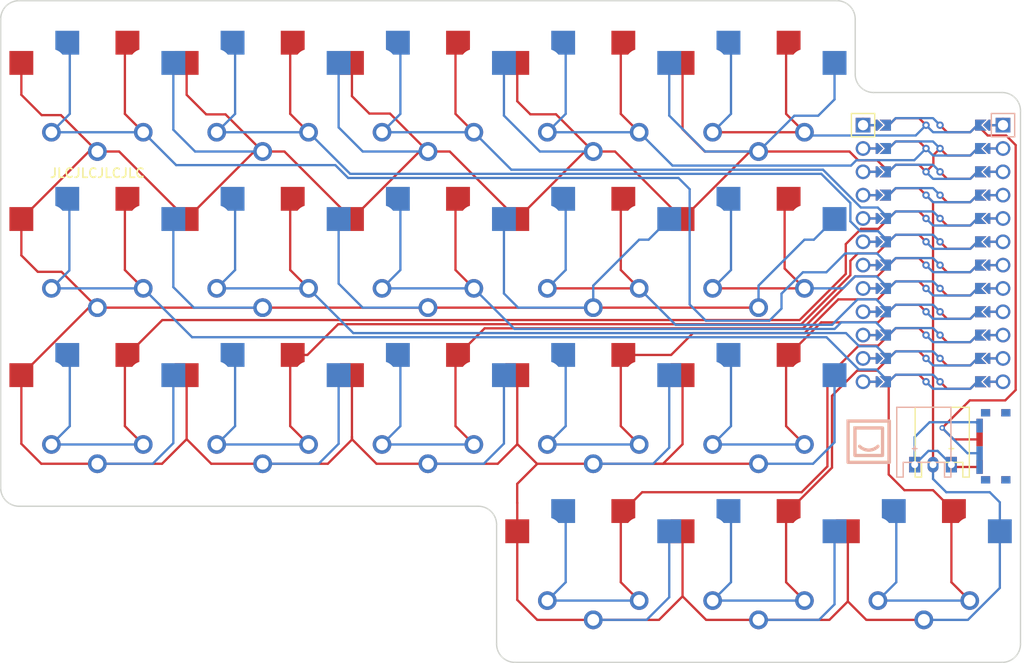
<source format=kicad_pcb>
(kicad_pcb (version 20211014) (generator pcbnew)
  (title_block (title "leko_pona") (rev "v1.0.0") (company "Unknown"))
  (layers (0 "F.Cu" signal) (31 "B.Cu" signal) (34 "B.Paste" user) (35 "F.Paste" user) (36 "B.SilkS" user "B.Silkscreen") (37 "F.SilkS" user "F.Silkscreen") (38 "B.Mask" user) (39 "F.Mask" user) (44 "Edge.Cuts" user))
  (net 0 "")
  (net 1 "main_pinky_bottom")
  (net 2 "GND")
  (net 3 "main_pinky_home")
  (net 4 "main_pinky_top")
  (net 5 "main_ring_bottom")
  (net 6 "main_ring_home")
  (net 7 "main_ring_top")
  (net 8 "main_middle_bottom")
  (net 9 "main_middle_home")
  (net 10 "main_middle_top")
  (net 11 "main_index_bottom")
  (net 12 "main_index_home")
  (net 13 "main_index_top")
  (net 14 "main_inner_bottom")
  (net 15 "main_inner_home")
  (net 16 "main_inner_top")
  (net 17 "thumb_tucky_default")
  (net 18 "thumb_middle_default")
  (net 19 "thumb_reachy_default")
  (net 20 "pos")
  (net 21 "RAW")
  (net 22 "RST")
  (net 23 "VCC")
  (footprint "PG1350" (layer "F.Cu") (at 54 17)
    (fp_text reference "S31" hide)
    (fp_text value "" hide)
  )
  (footprint "PG1350" (layer "F.Cu") (at 54 0)
    (fp_text reference "S19" hide)
    (fp_text value "" hide)
  )
  (footprint "PG1350" (layer "F.Cu") (at 18 -17)
    (fp_text reference "S9" hide)
    (fp_text value "" hide)
  )
  (footprint "PG1350" (layer "F.Cu") (at 18 -34)
    (fp_text reference "S11" hide)
    (fp_text value "" hide)
  )
  (footprint "PG1350" (layer "F.Cu") (at 18 0)
    (fp_text reference "S7" hide)
    (fp_text value "" hide)
  )
  (footprint "VIA-0.6mm" (layer "F.Cu") (at 92 2)
    (fp_text reference "REF**" hide)
    (fp_text value "VIA-0.6mm" hide)
  )
  (footprint "PG1350" (layer "F.Cu") (at 54 -34)
    (fp_text reference "S23" hide)
    (fp_text value "" hide)
  )
  (footprint "PG1350" (layer "F.Cu") (at 0 0)
    (fp_text reference "S1" hide)
    (fp_text value "" hide)
  )
  (footprint "PG1350" (layer "F.Cu") (at 72 -17 180)
    (fp_text reference "S28" hide)
    (fp_text value "" hide)
  )
  (footprint "PG1350" (layer "F.Cu") (at 18 0 180)
    (fp_text reference "S8" hide)
    (fp_text value "" hide)
  )
  (footprint "PG1350" (layer "F.Cu") (at 54 0 180)
    (fp_text reference "S20" hide)
    (fp_text value "" hide)
  )
  (footprint "Button_Switch_SMD:SW_SPDT_PCM12" (layer "F.Cu") (at 97.5 4 90)
    (fp_text reference "")
    (fp_text value "")
  )
  (footprint "PG1350" (layer "F.Cu") (at 72 17)
    (fp_text reference "S33" hide)
    (fp_text value "" hide)
  )
  (footprint "PG1350" (layer "F.Cu") (at 54 -17 180)
    (fp_text reference "S22" hide)
    (fp_text value "" hide)
  )
  (footprint "PG1350" (layer "F.Cu") (at 0 -34 180)
    (fp_text reference "S6" hide)
    (fp_text value "" hide)
  )
  (footprint "PG1350" (layer "F.Cu") (at 72 -17)
    (fp_text reference "S27" hide)
    (fp_text value "" hide)
  )
  (footprint "PG1350" (layer "F.Cu") (at 36 0 180)
    (fp_text reference "S14" hide)
    (fp_text value "" hide)
  )
  (footprint "PG1350" (layer "F.Cu") (at 72 17 180)
    (fp_text reference "S34" hide)
    (fp_text value "" hide)
  )
  (footprint "PG1350" (layer "F.Cu") (at 36 -17)
    (fp_text reference "S15" hide)
    (fp_text value "" hide)
  )
  (footprint "PG1350" (layer "F.Cu") (at 36 -34 180)
    (fp_text reference "S18" hide)
    (fp_text value "" hide)
  )
  (footprint "PG1350" (layer "F.Cu") (at 54 -17)
    (fp_text reference "S21" hide)
    (fp_text value "" hide)
  )
  (footprint "PG1350" (layer "F.Cu") (at 54 17 180)
    (fp_text reference "S32" hide)
    (fp_text value "" hide)
  )
  (footprint "PG1350" (layer "F.Cu") (at 72 -34 180)
    (fp_text reference "S30" hide)
    (fp_text value "" hide)
  )
  (footprint "PG1350" (layer "F.Cu") (at 72 -34)
    (fp_text reference "S29" hide)
    (fp_text value "" hide)
  )
  (footprint "PG1350" (layer "F.Cu") (at 72 0)
    (fp_text reference "S25" hide)
    (fp_text value "" hide)
  )
  (footprint "PG1350" (layer "F.Cu") (at 90 17 180)
    (fp_text reference "S36" hide)
    (fp_text value "" hide)
  )
  (footprint "PG1350" (layer "F.Cu") (at 36 -34)
    (fp_text reference "S17" hide)
    (fp_text value "" hide)
  )
  (footprint "PG1350" (layer "F.Cu") (at 90 17)
    (fp_text reference "S35" hide)
    (fp_text value "" hide)
  )
  (footprint "PG1350" (layer "F.Cu") (at 18 -34 180)
    (fp_text reference "S12" hide)
    (fp_text value "" hide)
  )
  (footprint "PG1350" (layer "F.Cu") (at 36 0)
    (fp_text reference "S13" hide)
    (fp_text value "" hide)
  )
  (footprint "ProMicro" (layer "F.Cu") (at 91 -17 -90)
    (fp_text reference "MCU1" hide)
    (fp_text value "")
  )
  (footprint "PG1350" (layer "F.Cu") (at 54 -34 180)
    (fp_text reference "S24" hide)
    (fp_text value "" hide)
  )
  (footprint "PG1350" (layer "F.Cu") (at 36 -17 180)
    (fp_text reference "S16" hide)
    (fp_text value "" hide)
  )
  (footprint "PG1350" (layer "F.Cu") (at 18 -17 180)
    (fp_text reference "S10" hide)
    (fp_text value "" hide)
  )
  (footprint "PG1350" (layer "F.Cu") (at 0 -17)
    (fp_text reference "S3" hide)
    (fp_text value "" hide)
  )
  (footprint "PG1350" (layer "F.Cu") (at 72 0 180)
    (fp_text reference "S26" hide)
    (fp_text value "" hide)
  )
  (footprint "JST_PH_S2B-PH-K_02x2.00mm_Angled" (layer "F.Cu") (at 92 6 180)
    (fp_text reference "JST1" hide)
    (fp_text value "" hide)
  )
  (footprint "PG1350" (layer "F.Cu") (at 0 0 180)
    (fp_text reference "S2" hide)
    (fp_text value "" hide)
  )
  (footprint "PG1350" (layer "F.Cu") (at 0 -17 180)
    (fp_text reference "S4" hide)
    (fp_text value "" hide)
  )
  (footprint "PG1350" (layer "F.Cu") (at 0 -34)
    (fp_text reference "S5" hide)
    (fp_text value "" hide)
  )
  (gr_rect (start 81.75 5.75) (end 86.25 1.25) (layer "B.SilkS") (width 0.35) (fill none))
  (gr_arc (start 85 4) (mid 84 4.414214) (end 83 4) (layer "B.SilkS") (width 0.35))
  (gr_rect (start 82.5 5) (end 85.5 2) (layer "B.SilkS") (width 0.35) (fill none))
  (gr_arc (start 85 4) (mid 84 4.414214) (end 83 4) (layer "F.SilkS") (width 0.35))
  (gr_rect (start 81.75 1.25) (end 86.25 5.75) (layer "F.SilkS") (width 0.35) (fill none))
  (gr_rect (start 82.5 2) (end 85.5 5) (layer "F.SilkS") (width 0.35) (fill none))
  (gr_line (start 43.475 25.525) (end 43.475 12.525) (layer "Edge.Cuts") (width 0.15))
  (gr_line (start 100.525 25.525) (end 100.525 -32.525) (layer "Edge.Cuts") (width 0.15))
  (gr_line (start 82.525 -42.525) (end 82.525 -36.525) (layer "Edge.Cuts") (width 0.15))
  (gr_arc (start 41.475 10.525) (mid 42.889214 11.110786) (end 43.475 12.525) (layer "Edge.Cuts") (width 0.15))
  (gr_arc (start 80.525 -44.525) (mid 81.939214 -43.939214) (end 82.525 -42.525) (layer "Edge.Cuts") (width 0.15))
  (gr_line (start -10.525 8.525) (end -10.525 -42.525) (layer "Edge.Cuts") (width 0.15))
  (gr_arc (start -10.525 -42.525) (mid -9.939214 -43.939214) (end -8.525 -44.525) (layer "Edge.Cuts") (width 0.15))
  (gr_arc (start 45.475 27.525) (mid 44.060786 26.939214) (end 43.475 25.525) (layer "Edge.Cuts") (width 0.15))
  (gr_arc (start 84.525 -34.525) (mid 83.110786 -35.110786) (end 82.525 -36.525) (layer "Edge.Cuts") (width 0.15))
  (gr_line (start 45.475 27.525) (end 98.525 27.525) (layer "Edge.Cuts") (width 0.15))
  (gr_arc (start 98.525 -34.525) (mid 99.939214 -33.939214) (end 100.525 -32.525) (layer "Edge.Cuts") (width 0.15))
  (gr_line (start 84.525 -34.525) (end 98.525 -34.525) (layer "Edge.Cuts") (width 0.15))
  (gr_line (start -8.525 10.525) (end 41.475 10.525) (layer "Edge.Cuts") (width 0.15))
  (gr_line (start -8.525 -44.525) (end 80.525 -44.525) (layer "Edge.Cuts") (width 0.15))
  (gr_arc (start -8.525 10.525) (mid -9.939214 9.939214) (end -10.525 8.525) (layer "Edge.Cuts") (width 0.15))
  (gr_arc (start 100.525 25.525) (mid 99.939214 26.939214) (end 98.525 27.525) (layer "Edge.Cuts") (width 0.15))
  (gr_text "JLCJLCJLCJLC" (at 0 -25.75) (layer "F.SilkS") (effects (font (size 1 1) (thickness 0.18))))
  (segment (start 3 -5.675) (end 3.275 -5.95) (width 0.25) (layer "F.Cu") (net 1))
  (segment (start 76.476886 -9.749678) (end 81.5 -14.772792) (width 0.25) (layer "F.Cu") (net 1))
  (segment (start 81.5 -18.01747) (end 83.16753 -19.685) (width 0.25) (layer "F.Cu") (net 1))
  (segment (start 3 1.8) (end 3 -5.675) (width 0.25) (layer "F.Cu") (net 1))
  (segment (start 83.16753 -19.685) (end 85.049 -19.685) (width 0.25) (layer "F.Cu") (net 1))
  (segment (start 3.275 -5.95) (end 7.074678 -9.749678) (width 0.25) (layer "F.Cu") (net 1))
  (segment (start 85.049 -19.685) (end 86.174 -20.81) (width 0.25) (layer "F.Cu") (net 1))
  (segment (start 81.5 -14.772792) (end 81.5 -18.01747) (width 0.25) (layer "F.Cu") (net 1))
  (segment (start 7.074678 -9.749678) (end 76.476886 -9.749678) (width 0.25) (layer "F.Cu") (net 1))
  (segment (start 5 3.8) (end 3 1.8) (width 0.25) (layer "F.Cu") (net 1))
  (segment (start -5 3.8) (end 5 3.8) (width 0.25) (layer "B.Cu") (net 1))
  (segment (start -5 3.8) (end -3 1.8) (width 0.25) (layer "B.Cu") (net 1))
  (segment (start -3 -5.675) (end -3.275 -5.95) (width 0.25) (layer "B.Cu") (net 1))
  (segment (start -3 1.8) (end -3 -5.675) (width 0.25) (layer "B.Cu") (net 1))
  (segment (start 91.037 -27.705) (end 91.037 -26.689) (width 0.25) (layer "F.Cu") (net 2))
  (segment (start 45.72 8.089737) (end 47.875658 5.934079) (width 0.25) (layer "F.Cu") (net 2))
  (segment (start 83.735858 22.9) (end 90 22.9) (width 0.25) (layer "F.Cu") (net 2))
  (segment (start 45.725 -3.75) (end 45.725 3.75347) (width 0.25) (layer "F.Cu") (net 2))
  (segment (start 0 -28.1) (end -3.966315 -32.066315) (width 0.25) (layer "F.Cu") (net 2))
  (segment (start 20.375 -28.1) (end 18 -28.1) (width 0.25) (layer "F.Cu") (net 2))
  (segment (start 66.149733 -28.1) (end 72 -28.1) (width 0.25) (layer "F.Cu") (net 2))
  (segment (start -8.275 -34.275) (end -8.275 -37.75) (width 0.25) (layer "F.Cu") (net 2))
  (segment (start 79.714142 22.9) (end 81.725 20.889142) (width 0.25) (layer "F.Cu") (net 2))
  (segment (start 18 -11.1) (end 36 -11.1) (width 0.25) (layer "F.Cu") (net 2))
  (segment (start 43.6 5.9) (end 36 5.9) (width 0.25) (layer "F.Cu") (net 2))
  (segment (start 72 -28.1) (end 81.9 -28.1) (width 0.25) (layer "F.Cu") (net 2))
  (segment (start 45.72 10.16) (end 45.72 8.089737) (width 0.25) (layer "F.Cu") (net 2))
  (segment (start 63.725 -37.75) (end 63.725 -30.524733) (width 0.25) (layer "F.Cu") (net 2))
  (segment (start 45.725 13.25) (end 45.725 20.725) (width 0.25) (layer "F.Cu") (net 2))
  (segment (start 27.725 -34.128404) (end 29.619924 -32.23348) (width 0.25) (layer "F.Cu") (net 2))
  (segment (start 61.160185 22.9) (end 63.725 20.335185) (width 0.25) (layer "F.Cu") (net 2))
  (segment (start 29.619924 -32.23348) (end 31.86652 -32.23348) (width 0.25) (layer "F.Cu") (net 2))
  (segment (start 82.865906 -27.134094) (end 84.929906 -27.134094) (width 0.25) (layer "F.Cu") (net 2))
  (segment (start 63.725 20.335185) (end 63.725 13.25) (width 0.25) (layer "F.Cu") (net 2))
  (segment (start -8.275 -16.791315) (end -6.483685 -15) (width 0.25) (layer "F.Cu") (net 2))
  (segment (start 47.152389 -32.151923) (end 49.948077 -32.151923) (width 0.25) (layer "F.Cu") (net 2))
  (segment (start -8.275 -20.75) (end -8.275 -16.791315) (width 0.25) (layer "F.Cu") (net 2))
  (segment (start 17.075 -28.1) (end 9.725 -20.75) (width 0.25) (layer "F.Cu") (net 2))
  (segment (start 63.725 -20.75) (end 56.375 -28.1) (width 0.25) (layer "F.Cu") (net 2))
  (segment (start 35.075 -28.1) (end 27.725 -20.75) (width 0.25) (layer "F.Cu") (net 2))
  (segment (start 47.87153 5.9) (end 54 5.9) (width 0.25) (layer "F.Cu") (net 2))
  (segment (start 63.725 -3.75) (end 63.725 3.775) (width 0.25) (layer "F.Cu") (net 2))
  (segment (start 27.725 -20.75) (end 20.375 -28.1) (width 0.25) (layer "F.Cu") (net 2))
  (segment (start 45.747642 3.799711) (end 45.700289 3.799711) (width 0.25) (layer "F.Cu") (net 2))
  (segment (start -8.275 -3.75) (end -8.275 3.725) (width 0.25) (layer "F.Cu") (net 2))
  (segment (start 27.725 2.960133) (end 27.725 -3.75) (width 0.25) (layer "F.Cu") (net 2))
  (segment (start 72 22.9) (end 79.714142 22.9) (width 0.25) (layer "F.Cu") (net 2))
  (segment (start -6.066315 -32.066315) (end -8.275 -34.275) (width 0.25) (layer "F.Cu") (net 2))
  (segment (start 9.725 -37.75) (end 9.725 -34.275) (width 0.25) (layer "F.Cu") (net 2))
  (segment (start 84.929906 -27.134094) (end 86.174 -25.89) (width 0.25) (layer "F.Cu") (net 2))
  (segment (start 27.725 3.225) (end 30.4 5.9) (width 0.25) (layer "F.Cu") (net 2))
  (segment (start 18 5.9) (end 25.1 5.9) (width 0.25) (layer "F.Cu") (net 2))
  (segment (start 91.762 -28.43) (end 91.037 -27.705) (width 0.25) (layer "F.Cu") (net 2))
  (segment (start 25.1 5.9) (end 27.725 3.275) (width 0.25) (layer "F.Cu") (net 2))
  (segment (start -0.925 -28.1) (end -8.275 -20.75) (width 0.25) (layer "F.Cu") (net 2))
  (segment (start 54 22.9) (end 61.160185 22.9) (width 0.25) (layer "F.Cu") (net 2))
  (segment (start -8.275 -3.75) (end -0.925 -11.1) (width 0.25) (layer "F.Cu") (net 2))
  (segment (start 90.238 -23.35) (end 91 -22.588) (width 0.25) (layer "F.Cu") (net 2))
  (segment (start -6.483685 -15) (end -3.9 -15) (width 0.25) (layer "F.Cu") (net 2))
  (segment (start 11.854873 -32.145127) (end 13.954873 -32.145127) (width 0.25) (layer "F.Cu") (net 2))
  (segment (start 13.954873 -32.145127) (end 18 -28.1) (width 0.25) (layer "F.Cu") (net 2))
  (segment (start 81.9 -28.1) (end 82.865906 -27.134094) (width 0.25) (layer "F.Cu") (net 2))
  (segment (start 31.86652 -32.23348) (end 36 -28.1) (width 0.25) (layer "F.Cu") (net 2))
  (segment (start 56.375 -28.1) (end 54 -28.1) (width 0.25) (layer "F.Cu") (net 2))
  (segment (start 63.725 20.335185) (end 66.289815 22.9) (width 0.25) (layer "F.Cu") (net 2))
  (segment (start 63.725 3.775) (end 61.6 5.9) (width 0.25) (layer "F.Cu") (net 2))
  (segment (start 81.725 20.889142) (end 81.725 13.25) (width 0.25) (layer "F.Cu") (net 2))
  (segment (start 81.725 20.889142) (end 83.735858 22.9) (width 0.25) (layer "F.Cu") (net 2))
  (segment (start 27.725 2.960133) (end 27.725 3.225) (width 0.25) (layer "F.Cu") (net 2))
  (segment (start 45.725 3.75347) (end 47.87153 5.9) (width 0.25) (layer "F.Cu") (net 2))
  (segment (start 18 5.9) (end 12.403798 5.9) (width 0.25) (layer "F.Cu") (net 2))
  (segment (start 27.725 3.275) (end 27.725 2.960133) (width 0.25) (layer "F.Cu") (net 2))
  (segment (start 45.725 20.725) (end 47.9 22.9) (width 0.25) (layer "F.Cu") (net 2))
  (segment (start 12.403798 5.9) (end 9.725 3.221202) (width 0.25) (layer "F.Cu") (net 2))
  (segment (start 91 -22.588) (end 91 6) (width 0.25) (layer "F.Cu") (net 2))
  (segment (start 60.918757 5.9) (end 72 5.9) (width 0.25) (layer "F.Cu") (net 2))
  (segment (start -3.9 -15) (end 0 -11.1) (width 0.25) (layer "F.Cu") (net 2))
  (segment (start 63.725 -30.524733) (end 66.149733 -28.1) (width 0.25) (layer "F.Cu") (net 2))
  (segment (start 9.725 -34.275) (end 11.854873 -32.145127) (width 0.25) (layer "F.Cu") (net 2))
  (segment (start -8.275 3.725) (end -6.1 5.9) (width 0.25) (layer "F.Cu") (net 2))
  (segment (start 61.6 5.9) (end 60.5 5.9) (width 0.25) (layer "F.Cu") (net 2))
  (segment (start 9.725 -20.75) (end 2.375 -28.1) (width 0.25) (layer "F.Cu") (net 2))
  (segment (start 54 -28.1) (end 53.075 -28.1) (width 0.25) (layer "F.Cu") (net 2))
  (segment (start 71.075 -28.1) (end 63.725 -20.75) (width 0.25) (layer "F.Cu") (net 2))
  (segment (start 47.9 22.9) (end 54 22.9) (width 0.25) (layer "F.Cu") (net 2))
  (segment (start 45.725 -37.75) (end 45.725 -33.579312) (width 0.25) (layer "F.Cu") (net 2))
  (segment (start 45.725 10.165) (end 45.72 10.16) (width 0.25) (layer "F.Cu") (net 2))
  (segment (start 45.725 13.25) (end 45.725 10.165) (width 0.25) (layer "F.Cu") (net 2))
  (segment (start 7.046202 5.9) (end 9.725 3.221202) (width 0.25) (layer "F.Cu") (net 2))
  (segment (start 45.725 -20.75) (end 38.375 -28.1) (width 0.25) (layer "F.Cu") (net 2))
  (segment (start 45.725 -33.579312) (end 47.152389 -32.151923) (width 0.25) (layer "F.Cu") (net 2))
  (segment (start 66.289815 22.9) (end 72 22.9) (width 0.25) (layer "F.Cu") (net 2))
  (segment (start -3.966315 -32.066315) (end -6.066315 -32.066315) (width 0.25) (layer "F.Cu") (net 2))
  (segment (start 0 5.9) (end 7.046202 5.9) (width 0.25) (layer "F.Cu") (net 2))
  (segment (start 9.725 3.221202) (end 9.725 -3.75) (width 0.25) (layer "F.Cu") (net 2))
  (segment (start 53.075 -28.1) (end 45.725 -20.75) (width 0.25) (layer "F.Cu") (net 2))
  (segment (start 72 -28.1) (end 71.075 -28.1) (width 0.25) (layer "F.Cu") (net 2))
  (segment (start -6.1 5.9) (end 0 5.9) (width 0.25) (layer "F.Cu") (net 2))
  (segment (start 18 -28.1) (end 17.075 -28.1) (width 0.25) (layer "F.Cu") (net 2))
  (segment (start 36 -28.1) (end 35.075 -28.1) (width 0.25) (layer "F.Cu") (net 2))
  (segment (start 2.375 -28.1) (end 0 -28.1) (width 0.25) (layer "F.Cu") (net 2))
  (segment (start 0 -11.1) (end 18 -11.1) (width 0.25) (layer "F.Cu") (net 2))
  (segment (start 49.948077 -32.151923) (end 54 -28.1) (width 0.25) (layer "F.Cu") (net 2))
  (segment (start 45.700289 3.799711) (end 43.6 5.9) (width 0.25) (layer "F.Cu") (net 2))
  (segment (start 27.725 -37.75) (end 27.725 -34.128404) (width 0.25) (layer "F.Cu") (net 2))
  (segment (start 0 -28.1) (end -0.925 -28.1) (width 0.25) (layer "F.Cu") (net 2))
  (segment (start 91.037 -26.689) (end 90.238 -25.89) (width 0.25) (layer "F.Cu") (net 2))
  (segment (start 54 5.9) (end 60.918757 5.9) (width 0.25) (layer "F.Cu") (net 2))
  (segment (start 36 -11.1) (end 54 -11.1) (width 0.25) (layer "F.Cu") (net 2))
  (segment (start -0.925 -11.1) (end 0 -11.1) (width 0.25) (layer "F.Cu") (net 2))
  (segment (start 72 -11.1) (end 54 -11.1) (width 0.25) (layer "F.Cu") (net 2))
  (segment (start 30.4 5.9) (end 36 5.9) (width 0.25) (layer "F.Cu") (net 2))
  (segment (start 38.375 -28.1) (end 36 -28.1) (width 0.25) (layer "F.Cu") (net 2))
  (segment (start 92.44444 9) (end 97.178384 9) (width 0.25) (layer "B.Cu") (net 2))
  (segment (start 26.275 -30.725) (end 28.9 -28.1) (width 0.25) (layer "B.Cu") (net 2))
  (segment (start 94.796461 22.9) (end 98.275 19.421461) (width 0.25) (layer "B.Cu") (net 2))
  (segment (start 62.275 -3.75) (end 62.275 4.146827) (width 0.25) (layer "B.Cu") (net 2))
  (segment (start 26.275 -20.75) (end 26.275 -13.717988) (width 0.25) (layer "B.Cu") (net 2))
  (segment (start 80.275 -20.75) (end 78.025 -18.5) (width 0.25) (layer "B.Cu") (net 2))
  (segment (start 8.275 3.652487) (end 6.027487 5.9) (width 0.25) (layer "B.Cu") (net 2))
  (segment (start 44.275 -37.75) (end 44.275 -32.011718) (width 0.25) (layer "B.Cu") (net 2))
  (segment (start 72 -28.1) (end 75.9 -32) (width 0.25) (layer "B.Cu") (net 2))
  (segment (start 44.275 -20.75) (end 44.275 -12.641119) (width 0.25) (layer "B.Cu") (net 2))
  (segment (start 78.582747 22.9) (end 72 22.9) (width 0.25) (layer "B.Cu") (net 2))
  (segment (start 24.1 5.9) (end 18 5.9) (width 0.25) (layer "B.Cu") (net 2))
  (segment (start 80.275 -33.775) (end 80.275 -37.75) (width 0.25) (layer "B.Cu") (net 2))
  (segment (start 8.275 -20.75) (end 8.275 -13.333625) (width 0.25) (layer "B.Cu") (net 2))
  (segment (start 54 -13.5) (end 54 -11.1) (width 0.25) (layer "B.Cu") (net 2))
  (segment (start 10.645829 -28.1) (end 8.275 -30.470829) (width 0.25) (layer "B.Cu") (net 2))
  (segment (start 80.275 3.558798) (end 77.933798 5.9) (width 0.25) (layer "B.Cu") (net 2))
  (segment (start 80.275 13.25) (end 80.275 21.207747) (width 0.25) (layer "B.Cu") (net 2))
  (segment (start 98.275 10.096616) (end 98.275 13.25) (width 0.25) (layer "B.Cu") (net 2))
  (segment (start 80.275 -3.75) (end 80.275 3.558798) (width 0.25) (layer "B.Cu") (net 2))
  (segment (start 62.275 -32.011718) (end 66.186718 -28.1) (width 0.25) (layer "B.Cu") (net 2))
  (segment (start 60.521827 5.9) (end 54 5.9) (width 0.25) (layer "B.Cu") (net 2))
  (segment (start 8.275 -30.470829) (end 8.275 -37.75) (width 0.25) (layer "B.Cu") (net 2))
  (segment (start 26.275 3.725) (end 24.1 5.9) (width 0.25) (layer "B.Cu") (net 2))
  (segment (start 44.275 3.704169) (end 42.079169 5.9) (width 0.25) (layer "B.Cu") (net 2))
  (segment (start 91 6) (end 91 7.55556) (width 0.25) (layer "B.Cu") (net 2))
  (segment (start 48.186718 -28.1) (end 54 -28.1) (width 0.25) (layer "B.Cu") (net 2))
  (segment (start 28.9 -28.1) (end 36 -28.1) (width 0.25) (layer "B.Cu") (net 2))
  (segment (start 6.027487 5.9) (end 0 5.9) (width 0.25) (layer "B.Cu") (net 2))
  (segment (start 26.275 -13.717988) (end 28.892988 -11.1) (width 0.25) (layer "B.Cu") (net 2))
  (segment (start 66.186718 -28.1) (end 72 -28.1) (width 0.25) (layer "B.Cu") (net 2))
  (segment (start 18 -28.1) (end 10.645829 -28.1) (width 0.25) (layer "B.Cu") (net 2))
  (segment (start 44.275 -3.75) (end 44.275 3.704169) (width 0.25) (layer "B.Cu") (net 2))
  (segment (start 75.9 -32) (end 78.5 -32) (width 0.25) (layer "B.Cu") (net 2))
  (segment (start 44.275 -32.011718) (end 48.186718 -28.1) (width 0.25) (layer "B.Cu") (net 2))
  (segment (start 72 -13.5) (end 72 -11.1) (width 0.25) (layer "B.Cu") (net 2))
  (segment (start 62.275 13.25) (end 62.275 20.438282) (width 0.25) (layer "B.Cu") (net 2))
  (segment (start 44.275 -12.641119) (end 45.816119 -11.1) (width 0.25) (layer "B.Cu") (net 2))
  (segment (start 91 7.55556) (end 92.44444 9) (width 0.25) (layer "B.Cu") (net 2))
  (segment (start 59 -18.5) (end 54 -13.5) (width 0.25) (layer "B.Cu") (net 2))
  (segment (start 8.275 -3.75) (end 8.275 3.652487) (width 0.25) (layer "B.Cu") (net 2))
  (segment (start 28.892988 -11.1) (end 36 -11.1) (width 0.25) (layer "B.Cu") (net 2))
  (segment (start 77 -18.5) (end 72 -13.5) (width 0.25) (layer "B.Cu") (net 2))
  (segment (start 97.178384 9) (end 98.275 10.096616) (width 0.25) (layer "B.Cu") (net 2))
  (segment (start 26.275 -3.75) (end 26.275 3.725) (width 0.25) (layer "B.Cu") (net 2))
  (segment (start 26.275 -37.75) (end 26.275 -30.725) (width 0.25) (layer "B.Cu") (net 2))
  (segment (start 77.933798 5.9) (end 72 5.9) (width 0.25) (layer "B.Cu") (net 2))
  (segment (start 62.275 4.146827) (end 60.521827 5.9) (width 0.25) (layer "B.Cu") (net 2))
  (segment (start 98.275 19.421461) (end 98.275 13.25) (width 0.25) (layer "B.Cu") (net 2))
  (segment (start 78.025 -18.5) (end 77 -18.5) (width 0.25) (layer "B.Cu") (net 2))
  (segment (start 78.5 -32) (end 80.275 -33.775) (width 0.25) (layer "B.Cu") (net 2))
  (segment (start 80.275 21.207747) (end 78.582747 22.9) (width 0.25) (layer "B.Cu") (net 2))
  (segment (start 90 22.9) (end 94.796461 22.9) (width 0.25) (layer "B.Cu") (net 2))
  (segment (start 42.079169 5.9) (end 36 5.9) (width 0.25) (layer "B.Cu") (net 2))
  (segment (start 45.816119 -11.1) (end 54 -11.1) (width 0.25) (layer "B.Cu") (net 2))
  (segment (start 62.275 20.438282) (end 59.813282 22.9) (width 0.25) (layer "B.Cu") (net 2))
  (segment (start 62.275 -20.75) (end 60.025 -18.5) (width 0.25) (layer "B.Cu") (net 2))
  (segment (start 59.813282 22.9) (end 54 22.9) (width 0.25) (layer "B.Cu") (net 2))
  (segment (start 8.275 -13.333625) (end 10.508625 -11.1) (width 0.25) (layer "B.Cu") (net 2))
  (segment (start 62.275 -37.75) (end 62.275 -32.011718) (width 0.25) (layer "B.Cu") (net 2))
  (segment (start 60.025 -18.5) (end 59 -18.5) (width 0.25) (layer "B.Cu") (net 2))
  (segment (start 10.508625 -11.1) (end 18 -11.1) (width 0.25) (layer "B.Cu") (net 2))
  (segment (start 5 -13.2) (end 3 -15.2) (width 0.25) (layer "F.Cu") (net 3))
  (segment (start 3 -22.675) (end 3.275 -22.95) (width 0.25) (layer "F.Cu") (net 3))
  (segment (start 3 -15.2) (end 3 -22.675) (width 0.25) (layer "F.Cu") (net 3))
  (segment (start 84.843433 -4.360567) (end 82.914433 -4.360567) (width 0.25) (layer "B.Cu") (net 3))
  (segment (start 86.174 -3.03) (end 84.843433 -4.360567) (width 0.25) (layer "B.Cu") (net 3))
  (segment (start 79.396791 -7.878209) (end 10.321791 -7.878209) (width 0.25) (layer "B.Cu") (net 3))
  (segment (start 10.321791 -7.878209) (end 5 -13.2) (width 0.25) (layer "B.Cu") (net 3))
  (segment (start 82.914433 -4.360567) (end 79.396791 -7.878209) (width 0.25) (layer "B.Cu") (net 3))
  (segment (start -5 -13.2) (end -3.045756 -15.154244) (width 0.25) (layer "B.Cu") (net 3))
  (segment (start -3.045756 -15.154244) (end -3.045756 -22.720756) (width 0.25) (layer "B.Cu") (net 3))
  (segment (start 5 -13.2) (end -5 -13.2) (width 0.25) (layer "B.Cu") (net 3))
  (segment (start -3.045756 -22.720756) (end -3.275 -22.95) (width 0.25) (layer "B.Cu") (net 3))
  (segment (start 5 -30.2) (end 3 -32.2) (width 0.25) (layer "F.Cu") (net 4))
  (segment (start 3 -39.675) (end 3.275 -39.95) (width 0.25) (layer "F.Cu") (net 4))
  (segment (start 3 -32.2) (end 3 -39.675) (width 0.25) (layer "F.Cu") (net 4))
  (segment (start 79.384659 -14.951286) (end 76.8293 -14.951286) (width 0.25) (layer "B.Cu") (net 4))
  (segment (start 25.910444 -26.621358) (end 8.578642 -26.621358) (width 0.25) (layer "B.Cu") (net 4))
  (segment (start -5 -30.2) (end -3 -32.2) (width 0.25) (layer "B.Cu") (net 4))
  (segment (start 64.5 -24) (end 63.281121 -25.218879) (width 0.25) (layer "B.Cu") (net 4))
  (segment (start -3 -32.2) (end -3 -39.675) (width 0.25) (layer "B.Cu") (net 4))
  (segment (start 5 -30.2) (end -5 -30.2) (width 0.25) (layer "B.Cu") (net 4))
  (segment (start 76.8293 -14.951286) (end 74.5 -12.621986) (width 0.25) (layer "B.Cu") (net 4))
  (segment (start 73.178209 -9.678209) (end 66.263833 -9.678209) (width 0.25) (layer "B.Cu") (net 4))
  (segment (start 63.281121 -25.218879) (end 27.312923 -25.218879) (width 0.25) (layer "B.Cu") (net 4))
  (segment (start -3 -39.675) (end -3.275 -39.95) (width 0.25) (layer "B.Cu") (net 4))
  (segment (start 8.578642 -26.621358) (end 5 -30.2) (width 0.25) (layer "B.Cu") (net 4))
  (segment (start 84.904 -17) (end 81.433373 -17) (width 0.25) (layer "B.Cu") (net 4))
  (segment (start 74.5 -11) (end 73.178209 -9.678209) (width 0.25) (layer "B.Cu") (net 4))
  (segment (start 66.263833 -9.678209) (end 64.5 -11.442042) (width 0.25) (layer "B.Cu") (net 4))
  (segment (start 86.174 -15.73) (end 84.904 -17) (width 0.25) (layer "B.Cu") (net 4))
  (segment (start 74.5 -12.621986) (end 74.5 -11) (width 0.25) (layer "B.Cu") (net 4))
  (segment (start 64.5 -11.442042) (end 64.5 -24) (width 0.25) (layer "B.Cu") (net 4))
  (segment (start 27.312923 -25.218879) (end 25.910444 -26.621358) (width 0.25) (layer "B.Cu") (net 4))
  (segment (start 81.433373 -17) (end 79.384659 -14.951286) (width 0.25) (layer "B.Cu") (net 4))
  (segment (start 82 -14.636396) (end 76.663282 -9.299678) (width 0.25) (layer "F.Cu") (net 5))
  (segment (start 84.904 -17) (end 82.799372 -17) (width 0.25) (layer "F.Cu") (net 5))
  (segment (start 26.22452 -9.299678) (end 22.874842 -5.95) (width 0.25) (layer "F.Cu") (net 5))
  (segment (start 22.874842 -5.95) (end 21.275 -5.95) (width 0.25) (layer "F.Cu") (net 5))
  (segment (start 21 1.8) (end 21 -5.675) (width 0.25) (layer "F.Cu") (net 5))
  (segment (start 82.799372 -17) (end 82 -16.200628) (width 0.25) (layer "F.Cu") (net 5))
  (segment (start 86.174 -18.27) (end 84.904 -17) (width 0.25) (layer "F.Cu") (net 5))
  (segment (start 21 -5.675) (end 21.275 -5.95) (width 0.25) (layer "F.Cu") (net 5))
  (segment (start 76.663282 -9.299678) (end 26.22452 -9.299678) (width 0.25) (layer "F.Cu") (net 5))
  (segment (start 23 3.8) (end 21 1.8) (width 0.25) (layer "F.Cu") (net 5))
  (segment (start 82 -16.200628) (end 82 -14.636396) (width 0.25) (layer "F.Cu") (net 5))
  (segment (start 15 1.8) (end 15 -5.675) (width 0.25) (layer "B.Cu") (net 5))
  (segment (start 13 3.8) (end 15 1.8) (width 0.25) (layer "B.Cu") (net 5))
  (segment (start 13 3.8) (end 23 3.8) (width 0.25) (layer "B.Cu") (net 5))
  (segment (start 15 -5.675) (end 14.725 -5.95) (width 0.25) (layer "B.Cu") (net 5))
  (segment (start 21 -22.675) (end 21.275 -22.95) (width 0.25) (layer "F.Cu") (net 6))
  (segment (start 21 -15.2) (end 21 -22.675) (width 0.25) (layer "F.Cu") (net 6))
  (segment (start 23 -13.2) (end 21 -15.2) (width 0.25) (layer "F.Cu") (net 6))
  (segment (start 15 -22.675) (end 15 -15.2) (width 0.25) (layer "B.Cu") (net 6))
  (segment (start 82.952376 -6.900567) (end 81.524734 -8.328209) (width 0.25) (layer "B.Cu") (net 6))
  (segment (start 81.524734 -8.328209) (end 27.871791 -8.328209) (width 0.25) (layer "B.Cu") (net 6))
  (segment (start 86.174 -5.57) (end 84.843433 -6.900567) (width 0.25) (layer "B.Cu") (net 6))
  (segment (start 27.871791 -8.328209) (end 23 -13.2) (width 0.25) (layer "B.Cu") (net 6))
  (segment (start 13 -13.2) (end 23 -13.2) (width 0.25) (layer "B.Cu") (net 6))
  (segment (start 84.843433 -6.900567) (end 82.952376 -6.900567) (width 0.25) (layer "B.Cu") (net 6))
  (segment (start 15 -15.2) (end 13 -13.2) (width 0.25) (layer "B.Cu") (net 6))
  (segment (start 14.725 -22.95) (end 15 -22.675) (width 0.25) (layer "B.Cu") (net 6))
  (segment (start 21 -39.675) (end 21 -32.2) (width 0.25) (layer "F.Cu") (net 7))
  (segment (start 21.275 -39.95) (end 21 -39.675) (width 0.25) (layer "F.Cu") (net 7))
  (segment (start 21 -32.2) (end 23 -30.2) (width 0.25) (layer "F.Cu") (net 7))
  (segment (start 23 -30.2) (end 13 -30.2) (width 0.25) (layer "B.Cu") (net 7))
  (segment (start 85.012933 -19.431067) (end 86.174 -18.27) (width 0.25) (layer "B.Cu") (net 7))
  (segment (start 15 -32.2) (end 15 -39.675) (width 0.25) (layer "B.Cu") (net 7))
  (segment (start 78.833733 -25.668879) (end 82 -22.502612) (width 0.25) (layer "B.Cu") (net 7))
  (segment (start 27.531121 -25.668879) (end 78.833733 -25.668879) (width 0.25) (layer "B.Cu") (net 7))
  (segment (start 13 -30.2) (end 15 -32.2) (width 0.25) (layer "B.Cu") (net 7))
  (segment (start 23 -30.2) (end 27.531121 -25.668879) (width 0.25) (layer "B.Cu") (net 7))
  (segment (start 83.068933 -19.431067) (end 85.012933 -19.431067) (width 0.25) (layer "B.Cu") (net 7))
  (segment (start 82 -22.502612) (end 82 -20.5) (width 0.25) (layer "B.Cu") (net 7))
  (segment (start 15 -39.675) (end 14.725 -39.95) (width 0.25) (layer "B.Cu") (net 7))
  (segment (start 82 -20.5) (end 83.068933 -19.431067) (width 0.25) (layer "B.Cu") (net 7))
  (segment (start 82.5 -14.5) (end 76.849678 -8.849678) (width 0.25) (layer "F.Cu") (net 8))
  (segment (start 86.174 -15.73) (end 84.944 -14.5) (width 0.25) (layer "F.Cu") (net 8))
  (segment (start 39 1.8) (end 39 -5.675) (width 0.25) (layer "F.Cu") (net 8))
  (segment (start 84.944 -14.5) (end 82.5 -14.5) (width 0.25) (layer "F.Cu") (net 8))
  (segment (start 41 3.8) (end 39 1.8) (width 0.25) (layer "F.Cu") (net 8))
  (segment (start 42.174678 -8.849678) (end 39.275 -5.95) (width 0.25) (layer "F.Cu") (net 8))
  (segment (start 39 -5.675) (end 39.275 -5.95) (width 0.25) (layer "F.Cu") (net 8))
  (segment (start 76.849678 -8.849678) (end 42.174678 -8.849678) (width 0.25) (layer "F.Cu") (net 8))
  (segment (start 33 -5.675) (end 32.725 -5.95) (width 0.25) (layer "B.Cu") (net 8))
  (segment (start 31 3.8) (end 33 1.8) (width 0.25) (layer "B.Cu") (net 8))
  (segment (start 33 1.8) (end 33 -5.675) (width 0.25) (layer "B.Cu") (net 8))
  (segment (start 31 3.8) (end 41 3.8) (width 0.25) (layer "B.Cu") (net 8))
  (segment (start 39 -22.675) (end 39.275 -22.95) (width 0.25) (layer "F.Cu") (net 9))
  (segment (start 41 -13.2) (end 39 -15.2) (width 0.25) (layer "F.Cu") (net 9))
  (segment (start 39 -15.2) (end 39 -22.675) (width 0.25) (layer "F.Cu") (net 9))
  (segment (start 81.005124 -9.5) (end 80.283333 -8.778209) (width 0.25) (layer "B.Cu") (net 9))
  (segment (start 33 -15.2) (end 33 -22.675) (width 0.25) (layer "B.Cu") (net 9))
  (segment (start 84.784 -9.5) (end 81.005124 -9.5) (width 0.25) (layer "B.Cu") (net 9))
  (segment (start 45.421791 -8.778209) (end 41 -13.2) (width 0.25) (layer "B.Cu") (net 9))
  (segment (start 80.283333 -8.778209) (end 45.421791 -8.778209) (width 0.25) (layer "B.Cu") (net 9))
  (segment (start 86.174 -8.11) (end 84.784 -9.5) (width 0.25) (layer "B.Cu") (net 9))
  (segment (start 33 -22.675) (end 32.725 -22.95) (width 0.25) (layer "B.Cu") (net 9))
  (segment (start 31 -13.2) (end 33 -15.2) (width 0.25) (layer "B.Cu") (net 9))
  (segment (start 31 -13.2) (end 41 -13.2) (width 0.25) (layer "B.Cu") (net 9))
  (segment (start 39 -39.675) (end 39.275 -39.95) (width 0.25) (layer "F.Cu") (net 10))
  (segment (start 41 -30.2) (end 39 -32.2) (width 0.25) (layer "F.Cu") (net 10))
  (segment (start 39 -32.2) (end 39 -39.675) (width 0.25) (layer "F.Cu") (net 10))
  (segment (start 33 -32.2) (end 33 -39.675) (width 0.25) (layer "B.Cu") (net 10))
  (segment (start 31 -30.2) (end 33 -32.2) (width 0.25) (layer "B.Cu") (net 10))
  (segment (start 41 -30.2) (end 45.081121 -26.118879) (width 0.25) (layer "B.Cu") (net 10))
  (segment (start 79.02013 -26.118879) (end 83.136143 -22.002866) (width 0.25) (layer "B.Cu") (net 10))
  (segment (start 83.136143 -22.002866) (end 84.981134 -22.002866) (width 0.25) (layer "B.Cu") (net 10))
  (segment (start 31 -30.2) (end 41 -30.2) (width 0.25) (layer "B.Cu") (net 10))
  (segment (start 33 -39.675) (end 32.725 -39.95) (width 0.25) (layer "B.Cu") (net 10))
  (segment (start 84.981134 -22.002866) (end 86.174 -20.81) (width 0.25) (layer "B.Cu") (net 10))
  (segment (start 45.081121 -26.118879) (end 79.02013 -26.118879) (width 0.25) (layer "B.Cu") (net 10))
  (segment (start 86.174 -13.19) (end 84.984 -12) (width 0.25) (layer "F.Cu") (net 11))
  (segment (start 64.861162 -8.329742) (end 62.48142 -5.95) (width 0.25) (layer "F.Cu") (net 11))
  (segment (start 57 1.8) (end 57 -5.675) (width 0.25) (layer "F.Cu") (net 11))
  (segment (start 80.688604 -12) (end 77.018346 -8.329742) (width 0.25) (layer "F.Cu") (net 11))
  (segment (start 62.48142 -5.95) (end 57.275 -5.95) (width 0.25) (layer "F.Cu") (net 11))
  (segment (start 77.018346 -8.329742) (end 64.861162 -8.329742) (width 0.25) (layer "F.Cu") (net 11))
  (segment (start 57 -5.675) (end 57.275 -5.95) (width 0.25) (layer "F.Cu") (net 11))
  (segment (start 59 3.8) (end 57 1.8) (width 0.25) (layer "F.Cu") (net 11))
  (segment (start 84.984 -12) (end 80.688604 -12) (width 0.25) (layer "F.Cu") (net 11))
  (segment (start 51 -5.675) (end 50.725 -5.95) (width 0.25) (layer "B.Cu") (net 11))
  (segment (start 49 3.8) (end 51 1.8) (width 0.25) (layer "B.Cu") (net 11))
  (segment (start 51 1.8) (end 51 -5.675) (width 0.25) (layer "B.Cu") (net 11))
  (segment (start 49 3.8) (end 59 3.8) (width 0.25) (layer "B.Cu") (net 11))
  (segment (start 57 -22.675) (end 57.275 -22.95) (width 0.25) (layer "F.Cu") (net 12))
  (segment (start 57 -15.2) (end 57 -22.675) (width 0.25) (layer "F.Cu") (net 12))
  (segment (start 49 -13.2) (end 59 -13.2) (width 0.25) (layer "F.Cu") (net 12))
  (segment (start 59 -13.2) (end 57 -15.2) (width 0.25) (layer "F.Cu") (net 12))
  (segment (start 84.824 -12) (end 82.778893 -12) (width 0.25) (layer "B.Cu") (net 12))
  (segment (start 51 -22.675) (end 50.725 -22.95) (width 0.25) (layer "B.Cu") (net 12))
  (segment (start 80.007102 -9.228209) (end 62.971791 -9.228209) (width 0.25) (layer "B.Cu") (net 12))
  (segment (start 86.174 -10.65) (end 84.824 -12) (width 0.25) (layer "B.Cu") (net 12))
  (segment (start 51 -15.2) (end 51 -22.675) (width 0.25) (layer "B.Cu") (net 12))
  (segment (start 62.971791 -9.228209) (end 59 -13.2) (width 0.25) (layer "B.Cu") (net 12))
  (segment (start 49 -13.2) (end 51 -15.2) (width 0.25) (layer "B.Cu") (net 12))
  (segment (start 82.778893 -12) (end 80.007102 -9.228209) (width 0.25) (layer "B.Cu") (net 12))
  (segment (start 57 -39.675) (end 57 -32.2) (width 0.25) (layer "F.Cu") (net 13))
  (segment (start 57.275 -39.95) (end 57 -39.675) (width 0.25) (layer "F.Cu") (net 13))
  (segment (start 57 -32.2) (end 59 -30.2) (width 0.25) (layer "F.Cu") (net 13))
  (segment (start 51 -32.2) (end 51 -39.675) (width 0.25) (layer "B.Cu") (net 13))
  (segment (start 90.238 -28.43) (end 88.966847 -27.158847) (width 0.25) (layer "B.Cu") (net 13))
  (segment (start 59 -30.2) (end 49 -30.2) (width 0.25) (layer "B.Cu") (net 13))
  (segment (start 88.966847 -27.158847) (end 82.658847 -27.158847) (width 0.25) (layer "B.Cu") (net 13))
  (segment (start 51 -39.675) (end 50.725 -39.95) (width 0.25) (layer "B.Cu") (net 13))
  (segment (start 62.631121 -26.568879) (end 59 -30.2) (width 0.25) (layer "B.Cu") (net 13))
  (segment (start 49 -30.2) (end 51 -32.2) (width 0.25) (layer "B.Cu") (net 13))
  (segment (start 82.068879 -26.568879) (end 62.631121 -26.568879) (width 0.25) (layer "B.Cu") (net 13))
  (segment (start 82.658847 -27.158847) (end 82.068879 -26.568879) (width 0.25) (layer "B.Cu") (net 13))
  (segment (start 86.174 -10.65) (end 85.024 -9.5) (width 0.25) (layer "F.Cu") (net 14))
  (segment (start 75 -5.675) (end 75.275 -5.95) (width 0.25) (layer "F.Cu") (net 14))
  (segment (start 77 3.8) (end 75 1.8) (width 0.25) (layer "F.Cu") (net 14))
  (segment (start 85.024 -9.5) (end 78.825 -9.5) (width 0.25) (layer "F.Cu") (net 14))
  (segment (start 75 1.8) (end 75 -5.675) (width 0.25) (layer "F.Cu") (net 14))
  (segment (start 78.825 -9.5) (end 75.275 -5.95) (width 0.25) (layer "F.Cu") (net 14))
  (segment (start 67 3.8) (end 69 1.8) (width 0.25) (layer "B.Cu") (net 14))
  (segment (start 69 -5.675) (end 68.725 -5.95) (width 0.25) (layer "B.Cu") (net 14))
  (segment (start 67 3.8) (end 77 3.8) (width 0.25) (layer "B.Cu") (net 14))
  (segment (start 69 1.8) (end 69 -5.675) (width 0.25) (layer "B.Cu") (net 14))
  (segment (start 77 -13.2) (end 74.840712 -15.359288) (width 0.25) (layer "F.Cu") (net 15))
  (segment (start 77 -13.2) (end 67 -13.2) (width 0.25) (layer "F.Cu") (net 15))
  (segment (start 74.840712 -22.515712) (end 75.275 -22.95) (width 0.25) (layer "F.Cu") (net 15))
  (segment (start 74.840712 -15.359288) (end 74.840712 -22.515712) (width 0.25) (layer "F.Cu") (net 15))
  (segment (start 86.174 -13.19) (end 84.864 -14.5) (width 0.25) (layer "B.Cu") (net 15))
  (segment (start 84.864 -14.5) (end 82.5 -14.5) (width 0.25) (layer "B.Cu") (net 15))
  (segment (start 69 -15.2) (end 69 -22.675) (width 0.25) (layer "B.Cu") (net 15))
  (segment (start 81.2 -13.2) (end 77 -13.2) (width 0.25) (layer "B.Cu") (net 15))
  (segment (start 82.5 -14.5) (end 81.2 -13.2) (width 0.25) (layer "B.Cu") (net 15))
  (segment (start 67 -13.2) (end 69 -15.2) (width 0.25) (layer "B.Cu") (net 15))
  (segment (start 69 -22.675) (end 68.725 -22.95) (width 0.25) (layer "B.Cu") (net 15))
  (segment (start 75 -39.675) (end 75.275 -39.95) (width 0.25) (layer "F.Cu") (net 16))
  (segment (start 77 -30.2) (end 67 -30.2) (width 0.25) (layer "F.Cu") (net 16))
  (segment (start 77 -30.2) (end 75 -32.2) (width 0.25) (layer "F.Cu") (net 16))
  (segment (start 75 -32.2) (end 75 -39.675) (width 0.25) (layer "F.Cu") (net 16))
  (segment (start 67 -30.2) (end 69 -32.2) (width 0.25) (layer "B.Cu") (net 16))
  (segment (start 77.355 -29.845) (end 77 -30.2) (width 0.25) (layer "B.Cu") (net 16))
  (segment (start 89.113 -29.845) (end 77.355 -29.845) (width 0.25) (layer "B.Cu") (net 16))
  (segment (start 69 -39.675) (end 68.725 -39.95) (width 0.25) (layer "B.Cu") (net 16))
  (segment (start 90.238 -30.97) (end 89.113 -29.845) (width 0.25) (layer "B.Cu") (net 16))
  (segment (start 69 -32.2) (end 69 -39.675) (width 0.25) (layer "B.Cu") (net 16))
  (segment (start 57 18.8) (end 57 11.325) (width 0.25) (layer "F.Cu") (net 17))
  (segment (start 79.5 6.188604) (end 76.688604 9) (width 0.25) (layer "F.Cu") (net 17))
  (segment (start 86.174 -8.11) (end 85.031888 -6.967888) (width 0.25) (layer "F.Cu") (net 17))
  (segment (start 59.325 9) (end 57.275 11.05) (width 0.25) (layer "F.Cu") (net 17))
  (segment (start 82.91735 -6.967888) (end 79.5 -3.550538) (width 0.25) (layer "F.Cu") (net 17))
  (segment (start 57 11.325) (end 57.275 11.05) (width 0.25) (layer "F.Cu") (net 17))
  (segment (start 79.5 -3.550538) (end 79.5 6.188604) (width 0.25) (layer "F.Cu") (net 17))
  (segment (start 76.688604 9) (end 59.325 9) (width 0.25) (layer "F.Cu") (net 17))
  (segment (start 59 20.8) (end 57 18.8) (width 0.25) (layer "F.Cu") (net 17))
  (segment (start 85.031888 -6.967888) (end 82.91735 -6.967888) (width 0.25) (layer "F.Cu") (net 17))
  (segment (start 51 18.8) (end 51 11.325) (width 0.25) (layer "B.Cu") (net 17))
  (segment (start 49 20.8) (end 51 18.8) (width 0.25) (layer "B.Cu") (net 17))
  (segment (start 51 11.325) (end 50.725 11.05) (width 0.25) (layer "B.Cu") (net 17))
  (segment (start 59 20.8) (end 49 20.8) (width 0.25) (layer "B.Cu") (net 17))
  (segment (start 75 11.325) (end 75.275 11.05) (width 0.25) (layer "F.Cu") (net 18))
  (segment (start 80 6.325) (end 75.275 11.05) (width 0.25) (layer "F.Cu") (net 18))
  (segment (start 80 -1.5) (end 80 6.325) (width 0.25) (layer "F.Cu") (net 18))
  (segment (start 77 20.8) (end 75 18.8) (width 0.25) (layer "F.Cu") (net 18))
  (segment (start 75 18.8) (end 75 11.325) (width 0.25) (layer "F.Cu") (net 18))
  (segment (start 82.739433 -4.239433) (end 80 -1.5) (width 0.25) (layer "F.Cu") (net 18))
  (segment (start 86.174 -5.57) (end 84.843433 -4.239433) (width 0.25) (layer "F.Cu") (net 18))
  (segment (start 84.843433 -4.239433) (end 82.739433 -4.239433) (width 0.25) (layer "F.Cu") (net 18))
  (segment (start 69 18.8) (end 69 11.325) (width 0.25) (layer "B.Cu") (net 18))
  (segment (start 67 20.8) (end 69 18.8) (width 0.25) (layer "B.Cu") (net 18))
  (segment (start 69 11.325) (end 68.725 11.05) (width 0.25) (layer "B.Cu") (net 18))
  (segment (start 77 20.8) (end 67 20.8) (width 0.25) (layer "B.Cu") (net 18))
  (segment (start 93 11.325) (end 93.275 11.05) (width 0.25) (layer "F.Cu") (net 19))
  (segment (start 86.174 7.067891) (end 87.88341 8.777301) (width 0.25) (layer "F.Cu") (net 19))
  (segment (start 87.88341 8.777301) (end 91.002301 8.777301) (width 0.25) (layer "F.Cu") (net 19))
  (segment (start 95 20.8) (end 93 18.8) (width 0.25) (layer "F.Cu") (net 19))
  (segment (start 91.002301 8.777301) (end 93.275 11.05) (width 0.25) (layer "F.Cu") (net 19))
  (segment (start 86.174 -3.03) (end 86.174 7.067891) (width 0.25) (layer "F.Cu") (net 19))
  (segment (start 93 18.8) (end 93 11.325) (width 0.25) (layer "F.Cu") (net 19))
  (segment (start 85 20.8) (end 87 18.8) (width 0.25) (layer "B.Cu") (net 19))
  (segment (start 87 11.325) (end 86.725 11.05) (width 0.25) (layer "B.Cu") (net 19))
  (segment (start 85 20.8) (end 95 20.8) (width 0.25) (layer "B.Cu") (net 19))
  (segment (start 87 18.8) (end 87 11.325) (width 0.25) (layer "B.Cu") (net 19))
  (segment (start 93.25 6.25) (end 93 6) (width 0.25) (layer "F.Cu") (net 20))
  (segment (start 96.07 6.25) (end 93.25 6.25) (width 0.25) (layer "F.Cu") (net 20))
  (segment (start 90.5 4.5) (end 89 6) (width 0.25) (layer "B.Cu") (net 20))
  (segment (start 91.5 4.5) (end 90.5 4.5) (width 0.25) (layer "B.Cu") (net 20))
  (segment (start 89 3) (end 89 6) (width 0.25) (layer "B.Cu") (net 20))
  (segment (start 93 6) (end 91.5 4.5) (width 0.25) (layer "B.Cu") (net 20))
  (segment (start 96.07 1.75) (end 95.695 1.375) (width 0.25) (layer "B.Cu") (net 20))
  (segment (start 90.625 1.375) (end 89 3) (width 0.25) (layer "B.Cu") (net 20))
  (segment (start 95.695 1.375) (end 90.625 1.375) (width 0.25) (layer "B.Cu") (net 20))
  (segment (start 100 -2.134872) (end 100 -28.803078) (width 0.25) (layer "F.Cu") (net 21))
  (segment (start 96.951 -29.845) (end 95.826 -30.97) (width 0.25) (layer "F.Cu") (net 21))
  (segment (start 98.958078 -29.845) (end 96.951 -29.845) (width 0.25) (layer "F.Cu") (net 21))
  (segment (start 93.25 3.25) (end 96.07 3.25) (width 0.25) (layer "F.Cu") (net 21))
  (segment (start 92 2) (end 95 -1) (width 0.25) (layer "F.Cu") (net 21))
  (segment (start 98.865128 -1) (end 100 -2.134872) (width 0.25) (layer "F.Cu") (net 21))
  (segment (start 92 2) (end 93.25 3.25) (width 0.25) (layer "F.Cu") (net 21))
  (segment (start 95 -1) (end 98.865128 -1) (width 0.25) (layer "F.Cu") (net 21))
  (segment (start 100 -28.803078) (end 98.958078 -29.845) (width 0.25) (layer "F.Cu") (net 21))
  (segment (start 92 2) (end 94.75 4.75) (width 0.25) (layer "B.Cu") (net 21))
  (segment (start 94.75 4.75) (end 96.07 4.75) (width 0.25) (layer "B.Cu") (net 21))
)
</source>
